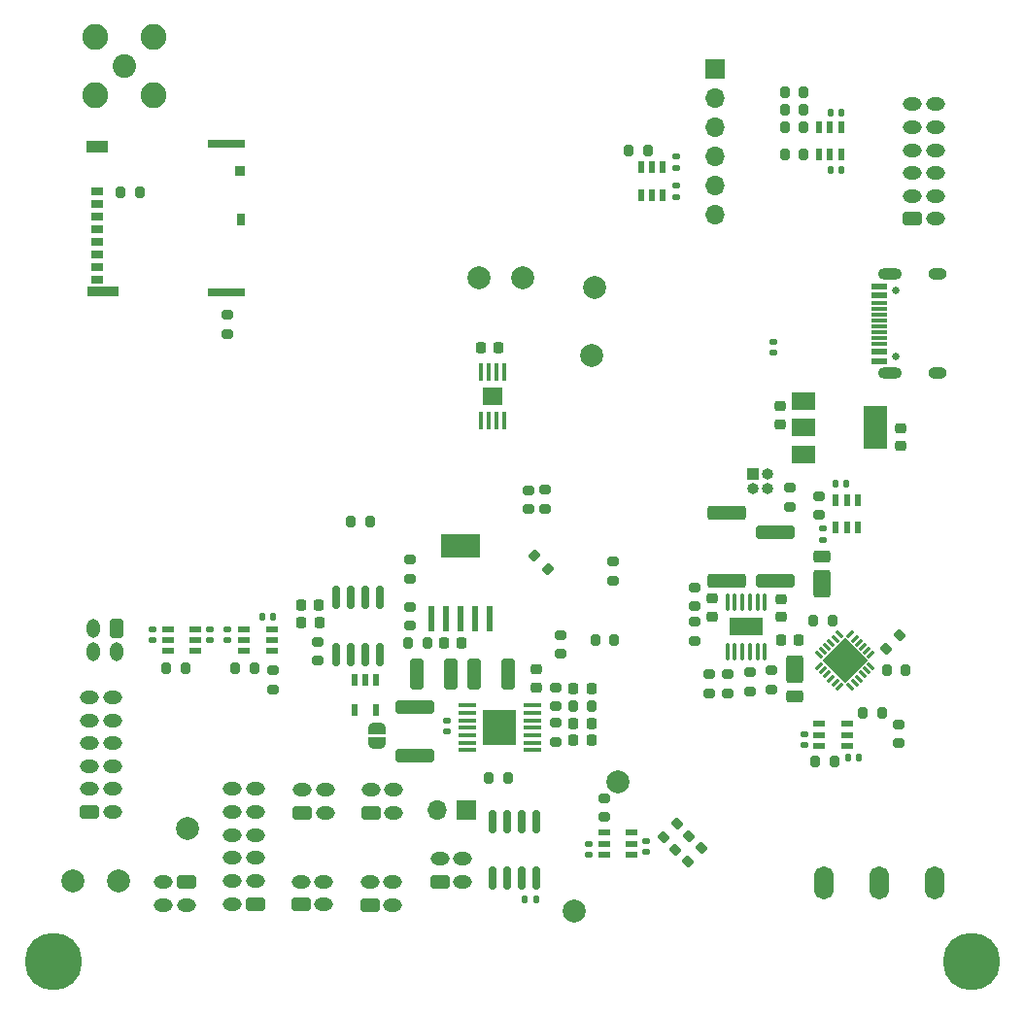
<source format=gbr>
%TF.GenerationSoftware,KiCad,Pcbnew,9.0.0*%
%TF.CreationDate,2025-04-09T19:33:59-07:00*%
%TF.ProjectId,FC_V5a,46435f56-3561-42e6-9b69-6361645f7063,rev?*%
%TF.SameCoordinates,Original*%
%TF.FileFunction,Soldermask,Bot*%
%TF.FilePolarity,Negative*%
%FSLAX46Y46*%
G04 Gerber Fmt 4.6, Leading zero omitted, Abs format (unit mm)*
G04 Created by KiCad (PCBNEW 9.0.0) date 2025-04-09 19:33:59*
%MOMM*%
%LPD*%
G01*
G04 APERTURE LIST*
G04 Aperture macros list*
%AMRoundRect*
0 Rectangle with rounded corners*
0 $1 Rounding radius*
0 $2 $3 $4 $5 $6 $7 $8 $9 X,Y pos of 4 corners*
0 Add a 4 corners polygon primitive as box body*
4,1,4,$2,$3,$4,$5,$6,$7,$8,$9,$2,$3,0*
0 Add four circle primitives for the rounded corners*
1,1,$1+$1,$2,$3*
1,1,$1+$1,$4,$5*
1,1,$1+$1,$6,$7*
1,1,$1+$1,$8,$9*
0 Add four rect primitives between the rounded corners*
20,1,$1+$1,$2,$3,$4,$5,0*
20,1,$1+$1,$4,$5,$6,$7,0*
20,1,$1+$1,$6,$7,$8,$9,0*
20,1,$1+$1,$8,$9,$2,$3,0*%
%AMRotRect*
0 Rectangle, with rotation*
0 The origin of the aperture is its center*
0 $1 length*
0 $2 width*
0 $3 Rotation angle, in degrees counterclockwise*
0 Add horizontal line*
21,1,$1,$2,0,0,$3*%
%AMFreePoly0*
4,1,23,0.500000,-0.750000,0.000000,-0.750000,0.000000,-0.745722,-0.065263,-0.745722,-0.191342,-0.711940,-0.304381,-0.646677,-0.396677,-0.554381,-0.461940,-0.441342,-0.495722,-0.315263,-0.495722,-0.250000,-0.500000,-0.250000,-0.500000,0.250000,-0.495722,0.250000,-0.495722,0.315263,-0.461940,0.441342,-0.396677,0.554381,-0.304381,0.646677,-0.191342,0.711940,-0.065263,0.745722,0.000000,0.745722,
0.000000,0.750000,0.500000,0.750000,0.500000,-0.750000,0.500000,-0.750000,$1*%
%AMFreePoly1*
4,1,23,0.000000,0.745722,0.065263,0.745722,0.191342,0.711940,0.304381,0.646677,0.396677,0.554381,0.461940,0.441342,0.495722,0.315263,0.495722,0.250000,0.500000,0.250000,0.500000,-0.250000,0.495722,-0.250000,0.495722,-0.315263,0.461940,-0.441342,0.396677,-0.554381,0.304381,-0.646677,0.191342,-0.711940,0.065263,-0.745722,0.000000,-0.745722,0.000000,-0.750000,-0.500000,-0.750000,
-0.500000,0.750000,0.000000,0.750000,0.000000,0.745722,0.000000,0.745722,$1*%
G04 Aperture macros list end*
%ADD10C,2.000000*%
%ADD11C,2.050000*%
%ADD12C,2.250000*%
%ADD13R,1.700000X1.700000*%
%ADD14O,1.700000X1.700000*%
%ADD15C,5.000000*%
%ADD16RoundRect,0.250000X0.575000X-0.350000X0.575000X0.350000X-0.575000X0.350000X-0.575000X-0.350000X0*%
%ADD17O,1.650000X1.200000*%
%ADD18RoundRect,0.250000X-0.575000X0.350000X-0.575000X-0.350000X0.575000X-0.350000X0.575000X0.350000X0*%
%ADD19R,1.000000X1.000000*%
%ADD20O,1.000000X1.000000*%
%ADD21O,1.700000X2.900000*%
%ADD22RoundRect,0.200000X0.275000X-0.200000X0.275000X0.200000X-0.275000X0.200000X-0.275000X-0.200000X0*%
%ADD23RoundRect,0.200000X-0.275000X0.200000X-0.275000X-0.200000X0.275000X-0.200000X0.275000X0.200000X0*%
%ADD24RoundRect,0.225000X-0.250000X0.225000X-0.250000X-0.225000X0.250000X-0.225000X0.250000X0.225000X0*%
%ADD25FreePoly0,270.000000*%
%ADD26FreePoly1,270.000000*%
%ADD27RoundRect,0.250000X0.350000X0.575000X-0.350000X0.575000X-0.350000X-0.575000X0.350000X-0.575000X0*%
%ADD28O,1.200000X1.650000*%
%ADD29RoundRect,0.225000X-0.225000X-0.250000X0.225000X-0.250000X0.225000X0.250000X-0.225000X0.250000X0*%
%ADD30RoundRect,0.140000X0.170000X-0.140000X0.170000X0.140000X-0.170000X0.140000X-0.170000X-0.140000X0*%
%ADD31RoundRect,0.250000X0.325000X1.100000X-0.325000X1.100000X-0.325000X-1.100000X0.325000X-1.100000X0*%
%ADD32RoundRect,0.200000X0.335876X0.053033X0.053033X0.335876X-0.335876X-0.053033X-0.053033X-0.335876X0*%
%ADD33R,2.000000X1.500000*%
%ADD34R,2.000000X3.800000*%
%ADD35R,0.550000X1.000000*%
%ADD36RoundRect,0.200000X0.053033X-0.335876X0.335876X-0.053033X-0.053033X0.335876X-0.335876X0.053033X0*%
%ADD37RoundRect,0.140000X-0.170000X0.140000X-0.170000X-0.140000X0.170000X-0.140000X0.170000X0.140000X0*%
%ADD38RotRect,0.782600X0.254800X225.000000*%
%ADD39RotRect,0.254800X0.782600X225.000000*%
%ADD40RotRect,2.794000X2.794000X225.000000*%
%ADD41RoundRect,0.250000X0.500000X-0.950000X0.500000X0.950000X-0.500000X0.950000X-0.500000X-0.950000X0*%
%ADD42RoundRect,0.250000X0.500000X-0.275000X0.500000X0.275000X-0.500000X0.275000X-0.500000X-0.275000X0*%
%ADD43RoundRect,0.150000X-0.150000X0.825000X-0.150000X-0.825000X0.150000X-0.825000X0.150000X0.825000X0*%
%ADD44RoundRect,0.225000X0.225000X0.250000X-0.225000X0.250000X-0.225000X-0.250000X0.225000X-0.250000X0*%
%ADD45RoundRect,0.200000X0.200000X0.275000X-0.200000X0.275000X-0.200000X-0.275000X0.200000X-0.275000X0*%
%ADD46RoundRect,0.250000X-0.500000X0.950000X-0.500000X-0.950000X0.500000X-0.950000X0.500000X0.950000X0*%
%ADD47RoundRect,0.250000X-0.500000X0.275000X-0.500000X-0.275000X0.500000X-0.275000X0.500000X0.275000X0*%
%ADD48RoundRect,0.140000X0.140000X0.170000X-0.140000X0.170000X-0.140000X-0.170000X0.140000X-0.170000X0*%
%ADD49RoundRect,0.200000X-0.200000X-0.275000X0.200000X-0.275000X0.200000X0.275000X-0.200000X0.275000X0*%
%ADD50R,0.600000X1.100000*%
%ADD51R,1.000000X0.550000*%
%ADD52RoundRect,0.140000X-0.140000X-0.170000X0.140000X-0.170000X0.140000X0.170000X-0.140000X0.170000X0*%
%ADD53RoundRect,0.250000X-1.450000X0.312500X-1.450000X-0.312500X1.450000X-0.312500X1.450000X0.312500X0*%
%ADD54RoundRect,0.250000X1.425000X-0.362500X1.425000X0.362500X-1.425000X0.362500X-1.425000X-0.362500X0*%
%ADD55RoundRect,0.150000X0.150000X-0.825000X0.150000X0.825000X-0.150000X0.825000X-0.150000X-0.825000X0*%
%ADD56R,1.100000X0.700000*%
%ADD57R,0.930000X0.900000*%
%ADD58R,0.780000X1.050000*%
%ADD59R,3.330000X0.700000*%
%ADD60R,2.800000X0.860000*%
%ADD61R,1.830000X1.140000*%
%ADD62R,3.000000X3.100000*%
%ADD63RoundRect,0.100000X0.687500X0.100000X-0.687500X0.100000X-0.687500X-0.100000X0.687500X-0.100000X0*%
%ADD64RoundRect,0.100000X0.100000X-0.625000X0.100000X0.625000X-0.100000X0.625000X-0.100000X-0.625000X0*%
%ADD65R,2.850000X1.650000*%
%ADD66RoundRect,0.250000X1.450000X-0.312500X1.450000X0.312500X-1.450000X0.312500X-1.450000X-0.312500X0*%
%ADD67C,0.650000*%
%ADD68R,1.450000X0.600000*%
%ADD69R,1.450000X0.300000*%
%ADD70O,1.600000X1.000000*%
%ADD71O,2.100000X1.000000*%
%ADD72RoundRect,0.250000X-0.325000X-1.100000X0.325000X-1.100000X0.325000X1.100000X-0.325000X1.100000X0*%
%ADD73RoundRect,0.100000X0.100000X-0.687500X0.100000X0.687500X-0.100000X0.687500X-0.100000X-0.687500X0*%
%ADD74R,1.800000X1.500000*%
%ADD75R,0.600000X2.200000*%
%ADD76R,3.450000X2.150000*%
G04 APERTURE END LIST*
D10*
%TO.C,TP17*%
X192700000Y-133600000D03*
%TD*%
%TO.C,TP15*%
X153000000Y-131000000D03*
%TD*%
D11*
%TO.C,J6*%
X153500000Y-60000000D03*
D12*
X150960000Y-57460000D03*
X150960000Y-62540000D03*
X156040000Y-57460000D03*
X156040000Y-62540000D03*
%TD*%
D13*
%TO.C,J13*%
X183350000Y-124825000D03*
D14*
X180810000Y-124825000D03*
%TD*%
D10*
%TO.C,TP6*%
X196500000Y-122400000D03*
%TD*%
D15*
%TO.C,H2*%
X227300000Y-138000000D03*
%TD*%
D16*
%TO.C,J20*%
X180999999Y-131100000D03*
D17*
X183000000Y-131100000D03*
X180999999Y-129099999D03*
X182999999Y-129100000D03*
%TD*%
D15*
%TO.C,H1*%
X147300000Y-138000000D03*
%TD*%
D16*
%TO.C,J7*%
X168900000Y-133075000D03*
D17*
X170900001Y-133075000D03*
X168900000Y-131074999D03*
X170900000Y-131075000D03*
%TD*%
D16*
%TO.C,J17*%
X150500000Y-125000000D03*
D17*
X152500001Y-125000000D03*
X150500000Y-122999999D03*
X152500000Y-123000000D03*
X150500000Y-121000000D03*
X152500000Y-120999999D03*
X150500000Y-119000000D03*
X152500000Y-119000000D03*
X150500000Y-117000000D03*
X152500000Y-117000000D03*
X150500000Y-115000000D03*
X152500000Y-115000000D03*
%TD*%
D16*
%TO.C,J10*%
X174900000Y-133125000D03*
D17*
X176900001Y-133125000D03*
X174900000Y-131124999D03*
X176900000Y-131125000D03*
%TD*%
D10*
%TO.C,TP4*%
X159000000Y-126400000D03*
%TD*%
D18*
%TO.C,J19*%
X158900000Y-131099999D03*
D17*
X156899999Y-131099999D03*
X158900000Y-133100000D03*
X156900000Y-133099999D03*
%TD*%
D16*
%TO.C,J8*%
X169000000Y-125075000D03*
D17*
X171000001Y-125075000D03*
X169000000Y-123074999D03*
X171000000Y-123075000D03*
%TD*%
D10*
%TO.C,TP2*%
X194200000Y-85200000D03*
%TD*%
%TO.C,TP8*%
X188200000Y-78400000D03*
%TD*%
%TO.C,TP3*%
X149000000Y-131000000D03*
%TD*%
D16*
%TO.C,J29*%
X175000000Y-125075000D03*
D17*
X177000001Y-125075000D03*
X175000000Y-123074999D03*
X177000000Y-123075000D03*
%TD*%
D10*
%TO.C,TP7*%
X184400000Y-78400000D03*
%TD*%
D19*
%TO.C,J22*%
X208275000Y-95550000D03*
D20*
X209545000Y-95550000D03*
X208275000Y-96820000D03*
X209545000Y-96820000D03*
%TD*%
D21*
%TO.C,SW3*%
X214500000Y-131200000D03*
X219300000Y-131200000D03*
X224100000Y-131200000D03*
%TD*%
D10*
%TO.C,TP1*%
X194500000Y-79250000D03*
%TD*%
D16*
%TO.C,J16*%
X222200001Y-73300000D03*
D17*
X224200002Y-73300000D03*
X222200001Y-71299999D03*
X224200001Y-71300000D03*
X222200001Y-69300000D03*
X224200001Y-69299999D03*
X222200001Y-67300000D03*
X224200001Y-67300000D03*
X222200001Y-65300000D03*
X224200001Y-65300000D03*
X222200001Y-63300000D03*
X224200001Y-63300000D03*
%TD*%
D13*
%TO.C,J3*%
X205000000Y-60190000D03*
D14*
X205000000Y-62730000D03*
X205000000Y-65270000D03*
X205000000Y-67810000D03*
X205000000Y-70350000D03*
X205000000Y-72890000D03*
%TD*%
D22*
%TO.C,R43*%
X191131250Y-118875000D03*
X191131250Y-117225000D03*
%TD*%
%TO.C,R71*%
X203208799Y-107066200D03*
X203208799Y-105416200D03*
%TD*%
D23*
%TO.C,R51*%
X214062500Y-97450000D03*
X214062500Y-99100000D03*
%TD*%
D24*
%TO.C,C13*%
X221180000Y-91555000D03*
X221180000Y-93105000D03*
%TD*%
D25*
%TO.C,JP2*%
X175500000Y-117700002D03*
D26*
X175500000Y-119000000D03*
%TD*%
D27*
%TO.C,J21*%
X152825000Y-109000000D03*
D28*
X152825000Y-111000001D03*
X150824999Y-109000000D03*
X150825000Y-111000000D03*
%TD*%
D29*
%TO.C,C40*%
X210725000Y-110000000D03*
X212275000Y-110000000D03*
%TD*%
D30*
%TO.C,C53*%
X212775000Y-119155000D03*
X212775000Y-118195000D03*
%TD*%
D31*
%TO.C,C25*%
X181975000Y-112950000D03*
X179025000Y-112950000D03*
%TD*%
D32*
%TO.C,R67*%
X190408363Y-103808363D03*
X189241637Y-102641637D03*
%TD*%
D33*
%TO.C,IC2*%
X212700000Y-93800000D03*
X212700000Y-91500000D03*
X212700000Y-89200000D03*
D34*
X219000000Y-91500000D03*
%TD*%
D35*
%TO.C,U29*%
X200450000Y-71200001D03*
X199500000Y-71200000D03*
X198550000Y-71200001D03*
X198550000Y-68799999D03*
X199500000Y-68800000D03*
X200450000Y-68799999D03*
%TD*%
D36*
%TO.C,R81*%
X200481453Y-127214905D03*
X201648179Y-126048179D03*
%TD*%
D22*
%TO.C,R66*%
X208000000Y-114475000D03*
X208000000Y-112825000D03*
%TD*%
D37*
%TO.C,C61*%
X161000000Y-109040000D03*
X161000000Y-110000000D03*
%TD*%
D24*
%TO.C,C12*%
X210700000Y-89625000D03*
X210700000Y-91175000D03*
%TD*%
D22*
%TO.C,R38*%
X191131250Y-115775000D03*
X191131250Y-114125000D03*
%TD*%
D30*
%TO.C,C54*%
X194000000Y-128730000D03*
X194000000Y-127770000D03*
%TD*%
D22*
%TO.C,R96*%
X162500000Y-83325000D03*
X162500000Y-81675000D03*
%TD*%
D30*
%TO.C,C27*%
X181600000Y-117980000D03*
X181600000Y-117020000D03*
%TD*%
D23*
%TO.C,R63*%
X178400000Y-107100000D03*
X178400000Y-108750000D03*
%TD*%
D38*
%TO.C,U12*%
X216797153Y-109534628D03*
X217150799Y-109888275D03*
X217504441Y-110241916D03*
X217858084Y-110595559D03*
X218211725Y-110949201D03*
X218565372Y-111302847D03*
D39*
X218565372Y-112297153D03*
X218211725Y-112650799D03*
X217858084Y-113004441D03*
X217504441Y-113358084D03*
X217150799Y-113711725D03*
X216797153Y-114065372D03*
D38*
X215802847Y-114065372D03*
X215449201Y-113711725D03*
X215095559Y-113358084D03*
X214741916Y-113004441D03*
X214388275Y-112650799D03*
X214034628Y-112297153D03*
D39*
X214034628Y-111302847D03*
X214388275Y-110949201D03*
X214741916Y-110595559D03*
X215095559Y-110241916D03*
X215449201Y-109888275D03*
X215802847Y-109534628D03*
D40*
X216300000Y-111800000D03*
%TD*%
D41*
%TO.C,D9*%
X211900000Y-112550000D03*
D42*
X211900000Y-114925000D03*
%TD*%
D37*
%TO.C,C60*%
X162500000Y-109040000D03*
X162500000Y-110000000D03*
%TD*%
D43*
%TO.C,U15*%
X185595000Y-125825000D03*
X186865000Y-125825000D03*
X188135000Y-125825000D03*
X189405000Y-125825000D03*
X189405000Y-130775000D03*
X188135000Y-130775000D03*
X186865000Y-130775000D03*
X185595000Y-130775000D03*
%TD*%
D29*
%TO.C,C36*%
X192656250Y-118750000D03*
X194206250Y-118750000D03*
%TD*%
D23*
%TO.C,R37*%
X191500000Y-109575000D03*
X191500000Y-111225000D03*
%TD*%
D44*
%TO.C,C39*%
X182875000Y-110300000D03*
X181325000Y-110300000D03*
%TD*%
D45*
%TO.C,R85*%
X212725000Y-67700000D03*
X211075000Y-67700000D03*
%TD*%
D44*
%TO.C,C46*%
X170475000Y-107000000D03*
X168925000Y-107000000D03*
%TD*%
D22*
%TO.C,R70*%
X204508800Y-114625000D03*
X204508800Y-112975000D03*
%TD*%
D23*
%TO.C,R89*%
X178425000Y-103000000D03*
X178425000Y-104650000D03*
%TD*%
D24*
%TO.C,C42*%
X204708799Y-106391199D03*
X204708799Y-107941199D03*
%TD*%
D46*
%TO.C,D13*%
X214300000Y-105100000D03*
D47*
X214300000Y-102725000D03*
%TD*%
D45*
%TO.C,R56*%
X219525000Y-116400000D03*
X217875000Y-116400000D03*
%TD*%
D48*
%TO.C,C58*%
X216000000Y-64000000D03*
X215040000Y-64000000D03*
%TD*%
D49*
%TO.C,R36*%
X194575000Y-110000000D03*
X196225000Y-110000000D03*
%TD*%
D24*
%TO.C,C41*%
X210708799Y-106466200D03*
X210708799Y-108016200D03*
%TD*%
D23*
%TO.C,R77*%
X188725000Y-96950000D03*
X188725000Y-98600000D03*
%TD*%
D30*
%TO.C,C80*%
X201635000Y-68835001D03*
X201635000Y-67875001D03*
%TD*%
D29*
%TO.C,C37*%
X192656250Y-117250000D03*
X194206250Y-117250000D03*
%TD*%
D50*
%TO.C,U20*%
X173550000Y-113500000D03*
X174500000Y-113500000D03*
X175450000Y-113500000D03*
X175450000Y-116100000D03*
X173550000Y-116100000D03*
%TD*%
D23*
%TO.C,R65*%
X209875000Y-112650000D03*
X209875000Y-114300000D03*
%TD*%
D45*
%TO.C,R64*%
X179925000Y-110300000D03*
X178275000Y-110300000D03*
%TD*%
D51*
%TO.C,U28*%
X159700001Y-109050000D03*
X159700000Y-110000000D03*
X159700001Y-110950000D03*
X157299999Y-110950000D03*
X157300000Y-110000000D03*
X157299999Y-109050000D03*
%TD*%
D37*
%TO.C,C48*%
X214362499Y-100295000D03*
X214362499Y-101255000D03*
%TD*%
D30*
%TO.C,C79*%
X201585001Y-71385001D03*
X201585001Y-70425001D03*
%TD*%
D22*
%TO.C,R84*%
X195300000Y-125425000D03*
X195300000Y-123775000D03*
%TD*%
D45*
%TO.C,R40*%
X194256250Y-115750000D03*
X192606250Y-115750000D03*
%TD*%
D22*
%TO.C,R74*%
X203208799Y-110066200D03*
X203208799Y-108416200D03*
%TD*%
D23*
%TO.C,R59*%
X221000000Y-117375000D03*
X221000000Y-119025000D03*
%TD*%
D35*
%TO.C,U26*%
X215970000Y-67700001D03*
X215020000Y-67700000D03*
X214070000Y-67700001D03*
X214070000Y-65299999D03*
X215020000Y-65300000D03*
X215970000Y-65299999D03*
%TD*%
D52*
%TO.C,C55*%
X216595000Y-120275000D03*
X217555000Y-120275000D03*
%TD*%
D36*
%TO.C,R83*%
X201559791Y-128257888D03*
X202726517Y-127091162D03*
%TD*%
D53*
%TO.C,L1*%
X178831250Y-115812500D03*
X178831250Y-120087500D03*
%TD*%
D49*
%TO.C,R124*%
X185275000Y-122000000D03*
X186925000Y-122000000D03*
%TD*%
D54*
%TO.C,R75*%
X206008799Y-104803700D03*
X206008799Y-98878700D03*
%TD*%
D51*
%TO.C,U27*%
X166350001Y-109050000D03*
X166350000Y-110000000D03*
X166350001Y-110950000D03*
X163949999Y-110950000D03*
X163950000Y-110000000D03*
X163949999Y-109050000D03*
%TD*%
D22*
%TO.C,R69*%
X206058799Y-114625000D03*
X206058799Y-112975000D03*
%TD*%
D44*
%TO.C,C45*%
X170500000Y-108500000D03*
X168950000Y-108500000D03*
%TD*%
D30*
%TO.C,C76*%
X210100000Y-84980000D03*
X210100000Y-84020000D03*
%TD*%
D52*
%TO.C,C30*%
X188420000Y-132600000D03*
X189380000Y-132600000D03*
%TD*%
D44*
%TO.C,C43*%
X186125000Y-84524999D03*
X184575000Y-84524999D03*
%TD*%
D23*
%TO.C,R42*%
X170400000Y-110175000D03*
X170400000Y-111825000D03*
%TD*%
D55*
%TO.C,U17*%
X175805000Y-111275000D03*
X174535000Y-111275000D03*
X173265000Y-111275000D03*
X171995000Y-111275000D03*
X171995000Y-106325000D03*
X173265000Y-106325000D03*
X174535000Y-106325000D03*
X175805000Y-106325000D03*
%TD*%
D52*
%TO.C,C47*%
X215482499Y-96375001D03*
X216442499Y-96375001D03*
%TD*%
D49*
%TO.C,R50*%
X197485001Y-67355001D03*
X199135001Y-67355001D03*
%TD*%
D23*
%TO.C,R68*%
X211475000Y-96750000D03*
X211475000Y-98400000D03*
%TD*%
D56*
%TO.C,J4*%
X151110000Y-70870000D03*
X151110000Y-71970000D03*
X151110000Y-73070000D03*
X151110000Y-74170000D03*
X151110000Y-75270000D03*
X151110000Y-76370000D03*
X151110000Y-77470000D03*
X151110000Y-78570000D03*
D57*
X163575000Y-69080000D03*
D58*
X163650000Y-73345000D03*
D59*
X162375000Y-79730000D03*
D60*
X151610000Y-79650000D03*
D61*
X151125000Y-66990000D03*
D59*
X162375000Y-66770000D03*
%TD*%
D45*
%TO.C,R87*%
X212725000Y-63800000D03*
X211075000Y-63800000D03*
%TD*%
D30*
%TO.C,C57*%
X199000000Y-128480000D03*
X199000000Y-127520000D03*
%TD*%
D24*
%TO.C,C15*%
X189431250Y-112575000D03*
X189431250Y-114125000D03*
%TD*%
D62*
%TO.C,U10*%
X186231250Y-117650000D03*
D63*
X189093750Y-115700000D03*
X189093750Y-116350000D03*
X189093750Y-117000000D03*
X189093750Y-117650000D03*
X189093750Y-118300000D03*
X189093750Y-118950000D03*
X189093750Y-119600000D03*
X183368750Y-119600000D03*
X183368750Y-118950000D03*
X183368750Y-118300000D03*
X183368750Y-117650000D03*
X183368750Y-117000000D03*
X183368750Y-116350000D03*
X183368750Y-115700000D03*
%TD*%
D23*
%TO.C,R78*%
X190200000Y-96925000D03*
X190200000Y-98575000D03*
%TD*%
D64*
%TO.C,IC6*%
X209323799Y-111001200D03*
X208673800Y-111001200D03*
X208023799Y-111001200D03*
X207373799Y-111001200D03*
X206723798Y-111001200D03*
X206073799Y-111001200D03*
X206073799Y-106701200D03*
X206723798Y-106701200D03*
X207373799Y-106701200D03*
X208023799Y-106701200D03*
X208673800Y-106701200D03*
X209323799Y-106701200D03*
D65*
X207698799Y-108851200D03*
%TD*%
D44*
%TO.C,C16*%
X194206250Y-114250000D03*
X192656250Y-114250000D03*
%TD*%
D22*
%TO.C,R79*%
X166500000Y-114325000D03*
X166500000Y-112675000D03*
%TD*%
D36*
%TO.C,R82*%
X202620451Y-129318548D03*
X203787177Y-128151822D03*
%TD*%
%TO.C,R60*%
X219916637Y-110783363D03*
X221083363Y-109616637D03*
%TD*%
D49*
%TO.C,R54*%
X157174999Y-112500000D03*
X158824999Y-112500000D03*
%TD*%
D66*
%TO.C,L2*%
X210208799Y-104878700D03*
X210208799Y-100603700D03*
%TD*%
D45*
%TO.C,R86*%
X212725000Y-62290000D03*
X211075000Y-62290000D03*
%TD*%
D67*
%TO.C,J12*%
X220750000Y-79530000D03*
X220750000Y-85310000D03*
D68*
X219305000Y-79170000D03*
X219305000Y-79969999D03*
D69*
X219305001Y-81170000D03*
X219305000Y-82170000D03*
X219305000Y-82670000D03*
X219305001Y-83670000D03*
D68*
X219305000Y-84870001D03*
X219305000Y-85670000D03*
X219305000Y-85670000D03*
X219305000Y-84870001D03*
D69*
X219305000Y-84170000D03*
X219305000Y-83170000D03*
X219305000Y-81670000D03*
X219305000Y-80670000D03*
D68*
X219305000Y-79969999D03*
X219305000Y-79170000D03*
D70*
X224400000Y-78100000D03*
D71*
X220220000Y-78100000D03*
D70*
X224400000Y-86740000D03*
D71*
X220220000Y-86740000D03*
%TD*%
D72*
%TO.C,C19*%
X184025000Y-112950000D03*
X186975000Y-112950000D03*
%TD*%
D49*
%TO.C,R11*%
X153175000Y-71000000D03*
X154825000Y-71000000D03*
%TD*%
D48*
%TO.C,C59*%
X166480000Y-108000000D03*
X165520000Y-108000000D03*
%TD*%
%TO.C,C56*%
X216000000Y-69000000D03*
X215040000Y-69000000D03*
%TD*%
D35*
%TO.C,U21*%
X215512499Y-97775000D03*
X216462499Y-97775000D03*
X217412499Y-97775000D03*
X217412499Y-100175000D03*
X216462499Y-100175000D03*
X215512499Y-100175000D03*
%TD*%
D22*
%TO.C,R20*%
X196100000Y-104825000D03*
X196100000Y-103175000D03*
%TD*%
D73*
%TO.C,U16*%
X186575000Y-90862500D03*
X185925000Y-90862500D03*
X185275000Y-90862500D03*
X184625000Y-90862500D03*
X184625000Y-86637500D03*
X185275000Y-86637500D03*
X185925000Y-86637500D03*
X186575000Y-86637500D03*
D74*
X185600000Y-88750000D03*
%TD*%
D16*
%TO.C,J14*%
X164900000Y-133000000D03*
D17*
X162899999Y-133000000D03*
X164900000Y-130999999D03*
X162900000Y-131000000D03*
X164900000Y-129000000D03*
X162900000Y-128999999D03*
X164900000Y-127000000D03*
X162900000Y-127000000D03*
X164900000Y-125000000D03*
X162900000Y-125000000D03*
X164900000Y-123000000D03*
X162900000Y-123000000D03*
%TD*%
D51*
%TO.C,U24*%
X214075000Y-119225000D03*
X214075000Y-118275000D03*
X214075000Y-117325000D03*
X216475000Y-117325000D03*
X216475000Y-118275000D03*
X216475000Y-119225000D03*
%TD*%
D49*
%TO.C,R49*%
X213750000Y-120575000D03*
X215400000Y-120575000D03*
%TD*%
D45*
%TO.C,R95*%
X174925000Y-99700000D03*
X173275000Y-99700000D03*
%TD*%
D75*
%TO.C,U13*%
X185340000Y-108137500D03*
X184070000Y-108137500D03*
X182800000Y-108137500D03*
X181530000Y-108137500D03*
X180260000Y-108137500D03*
D76*
X182800000Y-101837500D03*
%TD*%
D49*
%TO.C,R53*%
X219975000Y-112600000D03*
X221625000Y-112600000D03*
%TD*%
D37*
%TO.C,C62*%
X156000000Y-109040000D03*
X156000000Y-110000000D03*
%TD*%
D49*
%TO.C,R15*%
X213575000Y-108300000D03*
X215225000Y-108300000D03*
%TD*%
D51*
%TO.C,U25*%
X195299999Y-128700000D03*
X195300000Y-127750000D03*
X195299999Y-126800000D03*
X197700001Y-126800000D03*
X197700000Y-127750000D03*
X197700001Y-128700000D03*
%TD*%
D49*
%TO.C,R55*%
X163175000Y-112500000D03*
X164825000Y-112500000D03*
%TD*%
D45*
%TO.C,R88*%
X212725000Y-65300000D03*
X211075000Y-65300000D03*
%TD*%
M02*

</source>
